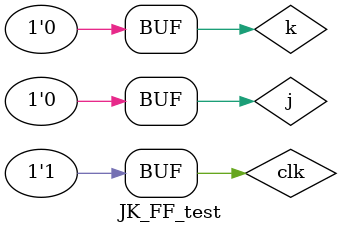
<source format=v>
module JK_FF_test;
	reg j = 0 , k = 0, clk = 1;
	wire q , qbar;
	JK_FF g1(clk, j , k , q , qbar );
	initial
	begin
  		#100 {k , j , clk} = 3'b101;
		#100 {j, k , clk} = 4;
		#100 {j, k , clk} = 5;
		#100 {j, k , clk} = 2;
		#100 {j, k , clk} = 3;
		#100 {j, k , clk} = 0;
		#100 {j, k , clk} = 1;
		#100 ;
	end
endmodule

</source>
